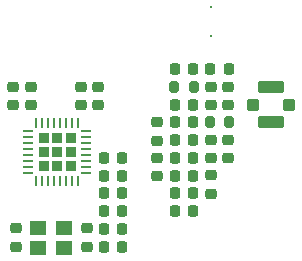
<source format=gbr>
G04 #@! TF.GenerationSoftware,KiCad,Pcbnew,9.99.0-unknown-d5f02ba7bc~182~ubuntu22.04.1*
G04 #@! TF.CreationDate,2025-03-17T15:10:36+01:00*
G04 #@! TF.ProjectId,rfid-reader,72666964-2d72-4656-9164-65722e6b6963,rev?*
G04 #@! TF.SameCoordinates,Original*
G04 #@! TF.FileFunction,Paste,Top*
G04 #@! TF.FilePolarity,Positive*
%FSLAX46Y46*%
G04 Gerber Fmt 4.6, Leading zero omitted, Abs format (unit mm)*
G04 Created by KiCad (PCBNEW 9.99.0-unknown-d5f02ba7bc~182~ubuntu22.04.1) date 2025-03-17 15:10:36*
%MOMM*%
%LPD*%
G01*
G04 APERTURE LIST*
G04 Aperture macros list*
%AMRoundRect*
0 Rectangle with rounded corners*
0 $1 Rounding radius*
0 $2 $3 $4 $5 $6 $7 $8 $9 X,Y pos of 4 corners*
0 Add a 4 corners polygon primitive as box body*
4,1,4,$2,$3,$4,$5,$6,$7,$8,$9,$2,$3,0*
0 Add four circle primitives for the rounded corners*
1,1,$1+$1,$2,$3*
1,1,$1+$1,$4,$5*
1,1,$1+$1,$6,$7*
1,1,$1+$1,$8,$9*
0 Add four rect primitives between the rounded corners*
20,1,$1+$1,$2,$3,$4,$5,0*
20,1,$1+$1,$4,$5,$6,$7,0*
20,1,$1+$1,$6,$7,$8,$9,0*
20,1,$1+$1,$8,$9,$2,$3,0*%
G04 Aperture macros list end*
%ADD10RoundRect,0.225000X0.250000X-0.225000X0.250000X0.225000X-0.250000X0.225000X-0.250000X-0.225000X0*%
%ADD11RoundRect,0.225000X-0.225000X-0.250000X0.225000X-0.250000X0.225000X0.250000X-0.225000X0.250000X0*%
%ADD12RoundRect,0.200000X-0.200000X-0.275000X0.200000X-0.275000X0.200000X0.275000X-0.200000X0.275000X0*%
%ADD13RoundRect,0.225000X0.225000X0.250000X-0.225000X0.250000X-0.225000X-0.250000X0.225000X-0.250000X0*%
%ADD14RoundRect,0.232500X0.232500X0.232500X-0.232500X0.232500X-0.232500X-0.232500X0.232500X-0.232500X0*%
%ADD15RoundRect,0.062500X0.375000X0.062500X-0.375000X0.062500X-0.375000X-0.062500X0.375000X-0.062500X0*%
%ADD16RoundRect,0.062500X0.062500X0.375000X-0.062500X0.375000X-0.062500X-0.375000X0.062500X-0.375000X0*%
%ADD17RoundRect,0.030000X0.070000X-0.070000X0.070000X0.070000X-0.070000X0.070000X-0.070000X-0.070000X0*%
%ADD18RoundRect,0.200000X0.200000X0.275000X-0.200000X0.275000X-0.200000X-0.275000X0.200000X-0.275000X0*%
%ADD19RoundRect,0.100000X0.400000X-0.400000X0.400000X0.400000X-0.400000X0.400000X-0.400000X-0.400000X0*%
%ADD20RoundRect,0.105000X0.995000X-0.420000X0.995000X0.420000X-0.995000X0.420000X-0.995000X-0.420000X0*%
%ADD21RoundRect,0.218750X0.256250X-0.218750X0.256250X0.218750X-0.256250X0.218750X-0.256250X-0.218750X0*%
%ADD22R,1.400000X1.200000*%
G04 APERTURE END LIST*
D10*
X102210000Y-127455000D03*
X102210000Y-125905000D03*
X100710000Y-127455000D03*
X100710000Y-125905000D03*
D11*
X91685000Y-134930000D03*
X93235000Y-134930000D03*
D12*
X100635000Y-128930000D03*
X102285000Y-128930000D03*
D13*
X99235000Y-127430000D03*
X97685000Y-127430000D03*
X99235000Y-133430000D03*
X97685000Y-133430000D03*
D10*
X102210000Y-131955000D03*
X102210000Y-130405000D03*
D14*
X88860000Y-132580000D03*
X88860000Y-131430000D03*
X88860000Y-130280000D03*
X87710000Y-132580000D03*
X87710000Y-131430000D03*
X87710000Y-130280000D03*
X86560000Y-132580000D03*
X86560000Y-131430000D03*
X86560000Y-130280000D03*
D15*
X90147500Y-133180000D03*
X90147500Y-132680000D03*
X90147500Y-132180000D03*
X90147500Y-131680000D03*
X90147500Y-131180000D03*
X90147500Y-130680000D03*
X90147500Y-130180000D03*
X90147500Y-129680000D03*
D16*
X89460000Y-128992500D03*
X88960000Y-128992500D03*
X88460000Y-128992500D03*
X87960000Y-128992500D03*
X87460000Y-128992500D03*
X86960000Y-128992500D03*
X86460000Y-128992500D03*
X85960000Y-128992500D03*
D15*
X85272500Y-129680000D03*
X85272500Y-130180000D03*
X85272500Y-130680000D03*
X85272500Y-131180000D03*
X85272500Y-131680000D03*
X85272500Y-132180000D03*
X85272500Y-132680000D03*
X85272500Y-133180000D03*
D16*
X85960000Y-133867500D03*
X86460000Y-133867500D03*
X86960000Y-133867500D03*
X87460000Y-133867500D03*
X87960000Y-133867500D03*
X88460000Y-133867500D03*
X88960000Y-133867500D03*
X89460000Y-133867500D03*
D10*
X90210000Y-139430000D03*
X90210000Y-137880000D03*
D13*
X99235000Y-131930000D03*
X97685000Y-131930000D03*
X99235000Y-130430000D03*
X97685000Y-130430000D03*
D17*
X100710000Y-121580000D03*
X100710000Y-119180000D03*
D11*
X91685000Y-137930000D03*
X93235000Y-137930000D03*
D10*
X96210000Y-130455000D03*
X96210000Y-128905000D03*
X85460000Y-127455000D03*
X85460000Y-125905000D03*
D18*
X99285000Y-125930000D03*
X97635000Y-125930000D03*
D10*
X83960000Y-127455000D03*
X83960000Y-125905000D03*
D13*
X99235000Y-128930000D03*
X97685000Y-128930000D03*
D19*
X104315000Y-127430000D03*
D20*
X105815000Y-125955000D03*
D19*
X107315000Y-127430000D03*
D20*
X105815000Y-128905000D03*
D11*
X91685000Y-136430000D03*
X93235000Y-136430000D03*
D10*
X96210000Y-133455000D03*
X96210000Y-131905000D03*
D11*
X91685000Y-133430000D03*
X93235000Y-133430000D03*
D21*
X100710000Y-134967500D03*
X100710000Y-133392500D03*
D10*
X91210000Y-127455000D03*
X91210000Y-125905000D03*
D11*
X91685000Y-139430000D03*
X93235000Y-139430000D03*
X100685000Y-124430000D03*
X102235000Y-124430000D03*
X97685000Y-134930000D03*
X99235000Y-134930000D03*
D13*
X99235000Y-124430000D03*
X97685000Y-124430000D03*
D10*
X89710000Y-127455000D03*
X89710000Y-125905000D03*
X84210000Y-139455000D03*
X84210000Y-137905000D03*
D11*
X91685000Y-131930000D03*
X93235000Y-131930000D03*
X97685000Y-136430000D03*
X99235000Y-136430000D03*
D22*
X86110000Y-139530000D03*
X88310000Y-139530000D03*
X88310000Y-137830000D03*
X86110000Y-137830000D03*
D21*
X100710000Y-131967500D03*
X100710000Y-130392500D03*
M02*

</source>
